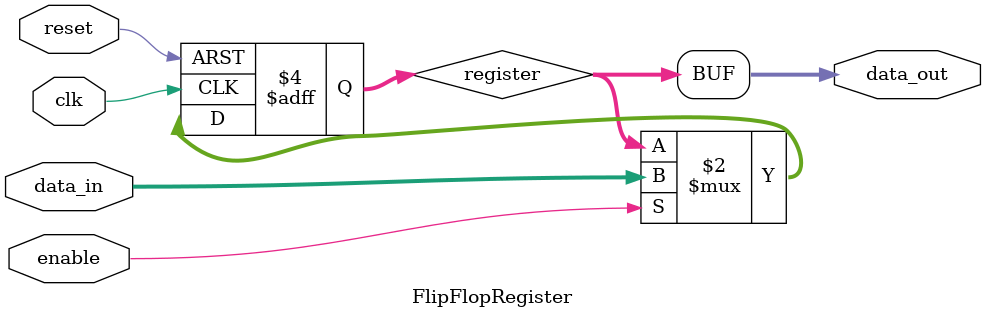
<source format=sv>
module FlipFlopRegister(
        input logic clk,
        input logic reset,
        input logic enable,
        input logic [7:0] data_in,
        output logic [7:0] data_out
    );
    logic [7:0] register;
    always_ff@(posedge clk or posedge reset) begin
        if (reset)
            register <= 8'b00000000;
        else if (enable)
            register <= data_in;
    end
  assign data_out = register;
endmodule
</source>
